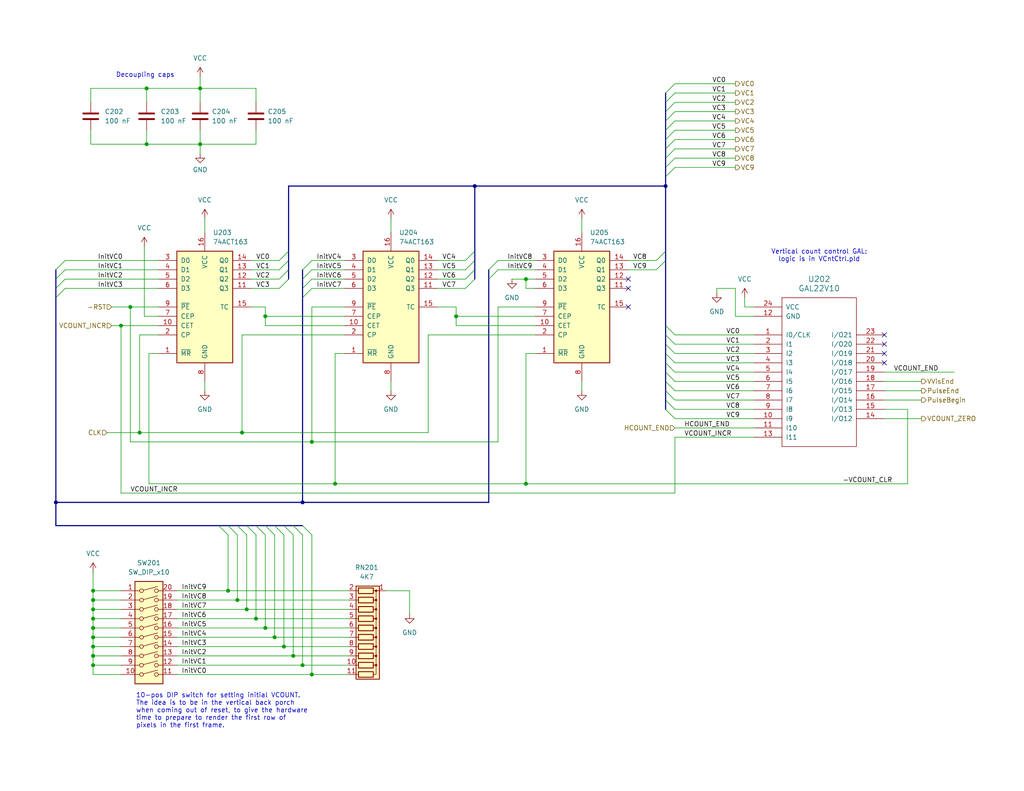
<source format=kicad_sch>
(kicad_sch (version 20231120) (generator "eeschema") (generator_version "8.0")
  (paper "USLetter")
  (title_block (title "Vertical count") (company "daveho hacks"))
  (lib_symbols
    (symbol "74xx:74LS163" (pin_names (offset 1.016))
      (property "Reference" "U" (at -7.62 16.51 0))
      (property "Value" "74LS163" (at -7.62 -16.51 0))
      (symbol "74LS163_1_0"
        (pin input line (at -12.7 -12.7 0) (length 5.08) (name "~{MR}") (number "1"))
        (pin input line (at -12.7 -5.08 0) (length 5.08) (name "CET") (number "10"))
        (pin output line (at 12.7 5.08 180) (length 5.08) (name "Q3") (number "11"))
        (pin output line (at 12.7 7.62 180) (length 5.08) (name "Q2") (number "12"))
        (pin output line (at 12.7 10.16 180) (length 5.08) (name "Q1") (number "13"))
        (pin output line (at 12.7 12.7 180) (length 5.08) (name "Q0") (number "14"))
        (pin output line (at 12.7 0 180) (length 5.08) (name "TC") (number "15"))
        (pin power_in line (at 0 20.32 270) (length 5.08) (name "VCC") (number "16"))
        (pin input line (at -12.7 -7.62 0) (length 5.08) (name "CP") (number "2"))
        (pin input line (at -12.7 12.7 0) (length 5.08) (name "D0") (number "3"))
        (pin input line (at -12.7 10.16 0) (length 5.08) (name "D1") (number "4"))
        (pin input line (at -12.7 7.62 0) (length 5.08) (name "D2") (number "5"))
        (pin input line (at -12.7 5.08 0) (length 5.08) (name "D3") (number "6"))
        (pin input line (at -12.7 -2.54 0) (length 5.08) (name "CEP") (number "7"))
        (pin power_in line (at 0 -20.32 90) (length 5.08) (name "GND") (number "8"))
        (pin input line (at -12.7 0 0) (length 5.08) (name "~{PE}") (number "9"))
      )
      (symbol "74LS163_1_1"
        (rectangle (start -7.62 15.24) (end 7.62 -15.24) (stroke (width 0.254)) (fill (type background)))
      )
    )
    (symbol "Device:C" (pin_numbers hide) (pin_names (offset 0.254))
      (property "Reference" "C" (at 0.635 2.54 0))
      (property "Value" "C" (at 0.635 -2.54 0))
      (symbol "C_0_1"
        (polyline (pts (xy -2.032 -0.762) (xy 2.032 -0.762)) (stroke (width 0.508)))
        (polyline (pts (xy -2.032 0.762) (xy 2.032 0.762)) (stroke (width 0.508)))
      )
      (symbol "C_1_1"
        (pin passive line (at 0 3.81 270) (length 2.794) (name "~") (number "1"))
        (pin passive line (at 0 -3.81 90) (length 2.794) (name "~") (number "2"))
      )
    )
    (symbol "Device:R_Network10" (pin_names (offset 0) hide)
      (property "Reference" "RN" (at -15.24 0 90))
      (property "Value" "R_Network10" (at 12.7 0 90))
      (symbol "R_Network10_0_1"
        (rectangle (start -13.97 -3.175) (end 11.43 3.175) (stroke (width 0.254)) (fill (type background)))
        (rectangle (start -13.462 1.524) (end -11.938 -2.54) (stroke (width 0.254)))
        (circle (center -12.7 2.286) (radius 0.254) (fill (type outline)))
        (rectangle (start -10.922 1.524) (end -9.398 -2.54) (stroke (width 0.254)))
        (circle (center -10.16 2.286) (radius 0.254) (fill (type outline)))
        (rectangle (start -8.382 1.524) (end -6.858 -2.54) (stroke (width 0.254)))
        (circle (center -7.62 2.286) (radius 0.254) (fill (type outline)))
        (rectangle (start -5.842 1.524) (end -4.318 -2.54) (stroke (width 0.254)))
        (circle (center -5.08 2.286) (radius 0.254) (fill (type outline)))
        (rectangle (start -3.302 1.524) (end -1.778 -2.54) (stroke (width 0.254)))
        (circle (center -2.54 2.286) (radius 0.254) (fill (type outline)))
        (rectangle (start -0.762 1.524) (end 0.762 -2.54) (stroke (width 0.254)))
        (polyline (pts (xy -12.7 -2.54) (xy -12.7 -3.81)))
        (polyline (pts (xy -10.16 -2.54) (xy -10.16 -3.81)))
        (polyline (pts (xy -7.62 -2.54) (xy -7.62 -3.81)))
        (polyline (pts (xy -5.08 -2.54) (xy -5.08 -3.81)))
        (polyline (pts (xy -2.54 -2.54) (xy -2.54 -3.81)))
        (polyline (pts (xy 0 -2.54) (xy 0 -3.81)))
        (polyline (pts (xy 2.54 -2.54) (xy 2.54 -3.81)))
        (polyline (pts (xy 5.08 -2.54) (xy 5.08 -3.81)))
        (polyline (pts (xy 7.62 -2.54) (xy 7.62 -3.81)))
        (polyline (pts (xy 10.16 -2.54) (xy 10.16 -3.81)))
        (polyline (pts (xy -12.7 1.524) (xy -12.7 2.286) (xy -10.16 2.286) (xy -10.16 1.524)))
        (polyline (pts (xy -10.16 1.524) (xy -10.16 2.286) (xy -7.62 2.286) (xy -7.62 1.524)))
        (polyline (pts (xy -7.62 1.524) (xy -7.62 2.286) (xy -5.08 2.286) (xy -5.08 1.524)))
        (polyline (pts (xy -5.08 1.524) (xy -5.08 2.286) (xy -2.54 2.286) (xy -2.54 1.524)))
        (polyline (pts (xy -2.54 1.524) (xy -2.54 2.286) (xy 0 2.286) (xy 0 1.524)))
        (polyline (pts (xy 0 1.524) (xy 0 2.286) (xy 2.54 2.286) (xy 2.54 1.524)))
        (polyline (pts (xy 2.54 1.524) (xy 2.54 2.286) (xy 5.08 2.286) (xy 5.08 1.524)))
        (polyline (pts (xy 5.08 1.524) (xy 5.08 2.286) (xy 7.62 2.286) (xy 7.62 1.524)))
        (polyline (pts (xy 7.62 1.524) (xy 7.62 2.286) (xy 10.16 2.286) (xy 10.16 1.524)))
        (circle (center 0 2.286) (radius 0.254) (fill (type outline)))
        (rectangle (start 1.778 1.524) (end 3.302 -2.54) (stroke (width 0.254)))
        (circle (center 2.54 2.286) (radius 0.254) (fill (type outline)))
        (rectangle (start 4.318 1.524) (end 5.842 -2.54) (stroke (width 0.254)))
        (circle (center 5.08 2.286) (radius 0.254) (fill (type outline)))
        (rectangle (start 6.858 1.524) (end 8.382 -2.54) (stroke (width 0.254)))
        (circle (center 7.62 2.286) (radius 0.254) (fill (type outline)))
        (rectangle (start 9.398 1.524) (end 10.922 -2.54) (stroke (width 0.254)))
      )
      (symbol "R_Network10_1_1"
        (pin passive line (at -12.7 5.08 270) (length 2.54) (name "common") (number "1"))
        (pin passive line (at 7.62 -5.08 90) (length 1.27) (name "R9") (number "10"))
        (pin passive line (at 10.16 -5.08 90) (length 1.27) (name "R10") (number "11"))
        (pin passive line (at -12.7 -5.08 90) (length 1.27) (name "R1") (number "2"))
        (pin passive line (at -10.16 -5.08 90) (length 1.27) (name "R2") (number "3"))
        (pin passive line (at -7.62 -5.08 90) (length 1.27) (name "R3") (number "4"))
        (pin passive line (at -5.08 -5.08 90) (length 1.27) (name "R4") (number "5"))
        (pin passive line (at -2.54 -5.08 90) (length 1.27) (name "R5") (number "6"))
        (pin passive line (at 0 -5.08 90) (length 1.27) (name "R6") (number "7"))
        (pin passive line (at 2.54 -5.08 90) (length 1.27) (name "R7") (number "8"))
        (pin passive line (at 5.08 -5.08 90) (length 1.27) (name "R8") (number "9"))
      )
    )
    (symbol "GND_1" (power) (pin_numbers hide) (pin_names (offset 0) hide)
      (property "Value" "GND" (at 0 -3.81 0))
      (symbol "GND_1_0_1"
        (polyline (pts (xy 0 0) (xy 0 -1.27) (xy 1.27 -1.27) (xy 0 -2.54) (xy -1.27 -1.27) (xy 0 -1.27)))
      )
      (symbol "GND_1_1_1"
        (pin power_in line (at 0 0 270) (length 0) (name "~") (number "1"))
      )
    )
    (symbol "GND_3" (power) (pin_numbers hide) (pin_names (offset 0) hide)
      (property "Value" "GND" (at 0 -3.81 0))
      (symbol "GND_3_0_1"
        (polyline (pts (xy 0 0) (xy 0 -1.27) (xy 1.27 -1.27) (xy 0 -2.54) (xy -1.27 -1.27) (xy 0 -1.27)))
      )
      (symbol "GND_3_1_1"
        (pin power_in line (at 0 0 270) (length 0) (name "~") (number "1"))
      )
    )
    (symbol "GND_4" (power) (pin_numbers hide) (pin_names (offset 0) hide)
      (property "Value" "GND" (at 0 -3.81 0))
      (symbol "GND_4_0_1"
        (polyline (pts (xy 0 0) (xy 0 -1.27) (xy 1.27 -1.27) (xy 0 -2.54) (xy -1.27 -1.27) (xy 0 -1.27)))
      )
      (symbol "GND_4_1_1"
        (pin power_in line (at 0 0 270) (length 0) (name "~") (number "1"))
      )
    )
    (symbol "Switch:SW_DIP_x10" (pin_names (offset 0) hide)
      (property "Reference" "SW" (at 0 16.51 0))
      (property "Value" "SW_DIP_x10" (at 0 -13.97 0))
      (symbol "SW_DIP_x10_0_0"
        (circle (center -2.032 -10.16) (radius 0.508))
        (circle (center -2.032 -7.62) (radius 0.508))
        (circle (center -2.032 -5.08) (radius 0.508))
        (circle (center -2.032 -2.54) (radius 0.508))
        (circle (center -2.032 0) (radius 0.508))
        (circle (center -2.032 2.54) (radius 0.508))
        (circle (center -2.032 5.08) (radius 0.508))
        (circle (center -2.032 7.62) (radius 0.508))
        (circle (center -2.032 10.16) (radius 0.508))
        (circle (center -2.032 12.7) (radius 0.508))
        (polyline (pts (xy -1.524 -10.0076) (xy 2.3622 -8.9662)))
        (polyline (pts (xy -1.524 -7.4676) (xy 2.3622 -6.4262)))
        (polyline (pts (xy -1.524 -4.9276) (xy 2.3622 -3.8862)))
        (polyline (pts (xy -1.524 -2.3876) (xy 2.3622 -1.3462)))
        (polyline (pts (xy -1.524 0.127) (xy 2.3622 1.1684)))
        (polyline (pts (xy -1.524 2.667) (xy 2.3622 3.7084)))
        (polyline (pts (xy -1.524 5.207) (xy 2.3622 6.2484)))
        (polyline (pts (xy -1.524 7.747) (xy 2.3622 8.7884)))
        (polyline (pts (xy -1.524 10.287) (xy 2.3622 11.3284)))
        (polyline (pts (xy -1.524 12.827) (xy 2.3622 13.8684)))
        (circle (center 2.032 -10.16) (radius 0.508))
        (circle (center 2.032 -7.62) (radius 0.508))
        (circle (center 2.032 -5.08) (radius 0.508))
        (circle (center 2.032 -2.54) (radius 0.508))
        (circle (center 2.032 0) (radius 0.508))
        (circle (center 2.032 2.54) (radius 0.508))
        (circle (center 2.032 5.08) (radius 0.508))
        (circle (center 2.032 7.62) (radius 0.508))
        (circle (center 2.032 10.16) (radius 0.508))
        (circle (center 2.032 12.7) (radius 0.508))
      )
      (symbol "SW_DIP_x10_0_1"
        (rectangle (start -3.81 15.24) (end 3.81 -12.7) (stroke (width 0.254)) (fill (type background)))
      )
      (symbol "SW_DIP_x10_1_1"
        (pin passive line (at -7.62 12.7 0) (length 5.08) (name "~") (number "1"))
        (pin passive line (at -7.62 -10.16 0) (length 5.08) (name "~") (number "10"))
        (pin passive line (at 7.62 -10.16 180) (length 5.08) (name "~") (number "11"))
        (pin passive line (at 7.62 -7.62 180) (length 5.08) (name "~") (number "12"))
        (pin passive line (at 7.62 -5.08 180) (length 5.08) (name "~") (number "13"))
        (pin passive line (at 7.62 -2.54 180) (length 5.08) (name "~") (number "14"))
        (pin passive line (at 7.62 0 180) (length 5.08) (name "~") (number "15"))
        (pin passive line (at 7.62 2.54 180) (length 5.08) (name "~") (number "16"))
        (pin passive line (at 7.62 5.08 180) (length 5.08) (name "~") (number "17"))
        (pin passive line (at 7.62 7.62 180) (length 5.08) (name "~") (number "18"))
        (pin passive line (at 7.62 10.16 180) (length 5.08) (name "~") (number "19"))
        (pin passive line (at -7.62 10.16 0) (length 5.08) (name "~") (number "2"))
        (pin passive line (at 7.62 12.7 180) (length 5.08) (name "~") (number "20"))
        (pin passive line (at -7.62 7.62 0) (length 5.08) (name "~") (number "3"))
        (pin passive line (at -7.62 5.08 0) (length 5.08) (name "~") (number "4"))
        (pin passive line (at -7.62 2.54 0) (length 5.08) (name "~") (number "5"))
        (pin passive line (at -7.62 0 0) (length 5.08) (name "~") (number "6"))
        (pin passive line (at -7.62 -2.54 0) (length 5.08) (name "~") (number "7"))
        (pin passive line (at -7.62 -5.08 0) (length 5.08) (name "~") (number "8"))
        (pin passive line (at -7.62 -7.62 0) (length 5.08) (name "~") (number "9"))
      )
    )
    (symbol "VCC_1" (power) (pin_numbers hide) (pin_names (offset 0) hide)
      (property "Value" "VCC" (at 0 3.556 0))
      (symbol "VCC_1_0_1"
        (polyline (pts (xy -0.762 1.27) (xy 0 2.54)))
        (polyline (pts (xy 0 0) (xy 0 2.54)))
        (polyline (pts (xy 0 2.54) (xy 0.762 1.27)))
      )
      (symbol "VCC_1_1_1"
        (pin power_in line (at 0 0 90) (length 0) (name "~") (number "1"))
      )
    )
    (symbol "VCC_2" (power) (pin_numbers hide) (pin_names (offset 0) hide)
      (property "Value" "VCC" (at 0 3.556 0))
      (symbol "VCC_2_0_1"
        (polyline (pts (xy -0.762 1.27) (xy 0 2.54)))
        (polyline (pts (xy 0 0) (xy 0 2.54)))
        (polyline (pts (xy 0 2.54) (xy 0.762 1.27)))
      )
      (symbol "VCC_2_1_1"
        (pin power_in line (at 0 0 90) (length 0) (name "~") (number "1"))
      )
    )
    (symbol "power:GND" (power) (pin_names (offset 0))
      (property "Value" "GND" (at 0 -3.81 0))
      (symbol "GND_0_1"
        (polyline (pts (xy 0 0) (xy 0 -1.27) (xy 1.27 -1.27) (xy 0 -2.54) (xy -1.27 -1.27) (xy 0 -1.27)))
      )
      (symbol "GND_1_1"
        (pin power_in line (at 0 0 270) (length 0) hide (name "GND") (number "1"))
      )
    )
    (symbol "power:VCC" (power) (pin_names (offset 0))
      (property "Value" "VCC" (at 0 3.81 0))
      (symbol "VCC_0_1"
        (polyline (pts (xy -0.762 1.27) (xy 0 2.54)))
        (polyline (pts (xy 0 0) (xy 0 2.54)))
        (polyline (pts (xy 0 2.54) (xy 0.762 1.27)))
      )
      (symbol "VCC_1_1"
        (pin power_in line (at 0 0 90) (length 0) hide (name "VCC") (number "1"))
      )
    )
    (symbol "ya68k:GAL22V10" (pin_names (offset 1.016))
      (property "Reference" "U" (at -1.27 20.32 0))
      (property "Value" "GAL22V10" (at 0 -24.13 0))
      (symbol "GAL22V10_0_1"
        (rectangle (start -10.16 19.05) (end 10.16 -21.59))
      )
      (symbol "GAL22V10_1_1"
        (pin input line (at -17.78 8.89 0) (length 7.62) (name "I0/CLK") (number "1"))
        (pin input line (at -17.78 -13.97 0) (length 7.62) (name "I9") (number "10"))
        (pin input line (at -17.78 -16.51 0) (length 7.62) (name "I10") (number "11"))
        (pin power_in line (at -17.78 13.97 0) (length 7.62) (name "GND") (number "12"))
        (pin input line (at -17.78 -19.05 0) (length 7.62) (name "I11") (number "13"))
        (pin bidirectional line (at 17.78 -13.97 180) (length 7.62) (name "I/O12") (number "14"))
        (pin bidirectional line (at 17.78 -11.43 180) (length 7.62) (name "I/O13") (number "15"))
        (pin bidirectional line (at 17.78 -8.89 180) (length 7.62) (name "I/O14") (number "16"))
        (pin bidirectional line (at 17.78 -6.35 180) (length 7.62) (name "I/O15") (number "17"))
        (pin bidirectional line (at 17.78 -3.81 180) (length 7.62) (name "I/O16") (number "18"))
        (pin bidirectional line (at 17.78 -1.27 180) (length 7.62) (name "I/O17") (number "19"))
        (pin input line (at -17.78 6.35 0) (length 7.62) (name "I1") (number "2"))
        (pin bidirectional line (at 17.78 1.27 180) (length 7.62) (name "I/O18") (number "20"))
        (pin bidirectional line (at 17.78 3.81 180) (length 7.62) (name "I/O19") (number "21"))
        (pin bidirectional line (at 17.78 6.35 180) (length 7.62) (name "I/O20") (number "22"))
        (pin bidirectional line (at 17.78 8.89 180) (length 7.62) (name "I/O21") (number "23"))
        (pin power_in line (at -17.78 16.51 0) (length 7.62) (name "VCC") (number "24"))
        (pin input line (at -17.78 3.81 0) (length 7.62) (name "I2") (number "3"))
        (pin input line (at -17.78 1.27 0) (length 7.62) (name "I3") (number "4"))
        (pin input line (at -17.78 -1.27 0) (length 7.62) (name "I4") (number "5"))
        (pin input line (at -17.78 -3.81 0) (length 7.62) (name "I5") (number "6"))
        (pin input line (at -17.78 -6.35 0) (length 7.62) (name "I6") (number "7"))
        (pin input line (at -17.78 -8.89 0) (length 7.62) (name "I7") (number "8"))
        (pin input line (at -17.78 -11.43 0) (length 7.62) (name "I8") (number "9"))
      )
    )
  )
  (junction (at 181.61 50.8))
  (junction (at 54.61 24.13))
  (junction (at 77.47 176.53))
  (junction (at 25.4 171.45))
  (junction (at 129.54 50.8))
  (junction (at 72.39 86.36))
  (junction (at 143.51 76.2))
  (junction (at 25.4 166.37))
  (junction (at 67.31 166.37))
  (junction (at 40.005 24.13))
  (junction (at 25.4 173.99))
  (junction (at 91.44 132.08))
  (junction (at 15.24 137.16))
  (junction (at 124.46 86.36))
  (junction (at 38.1 118.11))
  (junction (at 69.85 168.91))
  (junction (at 25.4 179.07))
  (junction (at 80.01 179.07))
  (junction (at 74.93 173.99))
  (junction (at 33.02 88.9))
  (junction (at 40.005 39.37))
  (junction (at 72.39 171.45))
  (junction (at 66.04 118.11))
  (junction (at 82.55 181.61))
  (junction (at 85.09 120.65))
  (junction (at 25.4 163.83))
  (junction (at 64.77 163.83))
  (junction (at 143.51 132.08))
  (junction (at 25.4 161.29))
  (junction (at 25.4 176.53))
  (junction (at 85.09 184.15))
  (junction (at 25.4 181.61))
  (junction (at 35.56 83.82))
  (junction (at 82.55 137.16))
  (junction (at 62.23 161.29))
  (junction (at 25.4 168.91))
  (junction (at 54.61 39.37))
  (no_connect (at 241.3 93.98))
  (no_connect (at 171.45 83.82))
  (no_connect (at 171.45 78.74))
  (no_connect (at 171.45 76.2))
  (no_connect (at 241.3 99.06))
  (no_connect (at 241.3 96.52))
  (no_connect (at 241.3 91.44))
  (bus_entry (at 82.55 78.74) (size 2.54 -2.54))
  (bus_entry (at 181.61 106.68) (size 2.54 2.54))
  (bus_entry (at 82.55 76.2) (size 2.54 -2.54))
  (bus_entry (at 181.61 48.26) (size 2.54 -2.54))
  (bus_entry (at 133.35 76.2) (size 2.54 -2.54))
  (bus_entry (at 181.61 99.06) (size 2.54 2.54))
  (bus_entry (at 181.61 43.18) (size 2.54 -2.54))
  (bus_entry (at 69.85 143.51) (size 2.54 2.54))
  (bus_entry (at 59.69 143.51) (size 2.54 2.54))
  (bus_entry (at 181.61 111.76) (size 2.54 2.54))
  (bus_entry (at 80.01 143.51) (size 2.54 2.54))
  (bus_entry (at 72.39 143.51) (size 2.54 2.54))
  (bus_entry (at 181.61 38.1) (size 2.54 -2.54))
  (bus_entry (at 181.61 25.4) (size 2.54 -2.54))
  (bus_entry (at 76.2 71.12) (size 2.54 -2.54))
  (bus_entry (at 127 78.74) (size 2.54 -2.54))
  (bus_entry (at 181.61 91.44) (size 2.54 2.54))
  (bus_entry (at 82.55 73.66) (size 2.54 -2.54))
  (bus_entry (at 181.61 30.48) (size 2.54 -2.54))
  (bus_entry (at 82.55 143.51) (size 2.54 2.54))
  (bus_entry (at 181.61 33.02) (size 2.54 -2.54))
  (bus_entry (at 181.61 109.22) (size 2.54 2.54))
  (bus_entry (at 181.61 35.56) (size 2.54 -2.54))
  (bus_entry (at 127 73.66) (size 2.54 -2.54))
  (bus_entry (at 15.24 78.74) (size 2.54 -2.54))
  (bus_entry (at 181.61 40.64) (size 2.54 -2.54))
  (bus_entry (at 181.61 27.94) (size 2.54 -2.54))
  (bus_entry (at 181.61 88.9) (size 2.54 2.54))
  (bus_entry (at 127 71.12) (size 2.54 -2.54))
  (bus_entry (at 67.31 143.51) (size 2.54 2.54))
  (bus_entry (at 76.2 73.66) (size 2.54 -2.54))
  (bus_entry (at 82.55 81.28) (size 2.54 -2.54))
  (bus_entry (at 77.47 143.51) (size 2.54 2.54))
  (bus_entry (at 181.61 104.14) (size 2.54 2.54))
  (bus_entry (at 133.35 73.66) (size 2.54 -2.54))
  (bus_entry (at 62.23 143.51) (size 2.54 2.54))
  (bus_entry (at 179.07 73.66) (size 2.54 -2.54))
  (bus_entry (at 181.61 45.72) (size 2.54 -2.54))
  (bus_entry (at 64.77 143.51) (size 2.54 2.54))
  (bus_entry (at 127 76.2) (size 2.54 -2.54))
  (bus_entry (at 74.93 143.51) (size 2.54 2.54))
  (bus_entry (at 15.24 73.66) (size 2.54 -2.54))
  (bus_entry (at 179.07 71.12) (size 2.54 -2.54))
  (bus_entry (at 76.2 78.74) (size 2.54 -2.54))
  (bus_entry (at 15.24 76.2) (size 2.54 -2.54))
  (bus_entry (at 181.61 101.6) (size 2.54 2.54))
  (bus_entry (at 181.61 93.98) (size 2.54 2.54))
  (bus_entry (at 15.24 81.28) (size 2.54 -2.54))
  (bus_entry (at 76.2 76.2) (size 2.54 -2.54))
  (bus_entry (at 181.61 96.52) (size 2.54 2.54))
  (wire (pts (xy 80.01 146.05) (xy 80.01 179.07)))
  (wire (pts (xy 25.4 173.99) (xy 25.4 176.53)))
  (wire (pts (xy 40.64 132.08) (xy 91.44 132.08)))
  (wire (pts (xy 35.56 120.65) (xy 35.56 83.82)))
  (wire (pts (xy 124.46 83.82) (xy 124.46 86.36)))
  (bus (pts (xy 181.61 38.1) (xy 181.61 40.64)))
  (wire (pts (xy 33.02 88.9) (xy 33.02 134.62)))
  (wire (pts (xy 184.15 93.98) (xy 205.74 93.98)))
  (wire (pts (xy 106.68 59.69) (xy 106.68 63.5)))
  (wire (pts (xy 25.4 176.53) (xy 33.02 176.53)))
  (wire (pts (xy 25.4 168.91) (xy 33.02 168.91)))
  (wire (pts (xy 119.38 76.2) (xy 127 76.2)))
  (wire (pts (xy 48.26 179.07) (xy 80.01 179.07)))
  (wire (pts (xy 91.44 96.52) (xy 93.98 96.52)))
  (wire (pts (xy 184.15 33.02) (xy 200.66 33.02)))
  (wire (pts (xy 48.26 184.15) (xy 85.09 184.15)))
  (bus (pts (xy 15.24 143.51) (xy 59.69 143.51)))
  (wire (pts (xy 38.1 91.44) (xy 43.18 91.44)))
  (bus (pts (xy 133.35 76.2) (xy 133.35 137.16)))
  (wire (pts (xy 200.66 86.36) (xy 205.74 86.36)))
  (wire (pts (xy 25.4 163.83) (xy 25.4 166.37)))
  (wire (pts (xy 247.65 111.76) (xy 247.65 132.08)))
  (wire (pts (xy 135.89 73.66) (xy 146.05 73.66)))
  (bus (pts (xy 74.93 143.51) (xy 77.47 143.51)))
  (wire (pts (xy 66.04 91.44) (xy 66.04 118.11)))
  (wire (pts (xy 48.26 166.37) (xy 67.31 166.37)))
  (wire (pts (xy 203.2 81.28) (xy 203.2 83.82)))
  (bus (pts (xy 59.69 143.51) (xy 62.23 143.51)))
  (wire (pts (xy 25.4 161.29) (xy 25.4 163.83)))
  (wire (pts (xy 184.15 22.86) (xy 200.66 22.86)))
  (bus (pts (xy 82.55 73.66) (xy 82.55 76.2)))
  (wire (pts (xy 116.84 91.44) (xy 146.05 91.44)))
  (wire (pts (xy 200.66 78.74) (xy 195.58 78.74)))
  (wire (pts (xy 241.3 104.14) (xy 251.46 104.14)))
  (wire (pts (xy 171.45 73.66) (xy 179.07 73.66)))
  (bus (pts (xy 72.39 143.51) (xy 74.93 143.51)))
  (bus (pts (xy 129.54 68.58) (xy 129.54 71.12)))
  (wire (pts (xy 17.78 76.2) (xy 43.18 76.2)))
  (bus (pts (xy 181.61 93.98) (xy 181.61 96.52)))
  (bus (pts (xy 181.61 91.44) (xy 181.61 93.98)))
  (wire (pts (xy 85.09 76.2) (xy 93.98 76.2)))
  (wire (pts (xy 85.09 146.05) (xy 85.09 184.15)))
  (bus (pts (xy 15.24 137.16) (xy 82.55 137.16)))
  (wire (pts (xy 241.3 101.6) (xy 260.35 101.6)))
  (wire (pts (xy 143.51 76.2) (xy 139.7 76.2)))
  (wire (pts (xy 119.38 78.74) (xy 127 78.74)))
  (bus (pts (xy 69.85 143.51) (xy 72.39 143.51)))
  (wire (pts (xy 54.61 24.13) (xy 54.61 27.94)))
  (wire (pts (xy 35.56 83.82) (xy 43.18 83.82)))
  (wire (pts (xy 184.15 27.94) (xy 200.66 27.94)))
  (bus (pts (xy 78.74 76.2) (xy 78.74 73.66)))
  (wire (pts (xy 66.04 118.11) (xy 38.1 118.11)))
  (bus (pts (xy 78.74 50.8) (xy 129.54 50.8)))
  (bus (pts (xy 82.55 76.2) (xy 82.55 78.74)))
  (bus (pts (xy 78.74 71.12) (xy 78.74 68.58)))
  (bus (pts (xy 181.61 96.52) (xy 181.61 99.06)))
  (wire (pts (xy 72.39 86.36) (xy 93.98 86.36)))
  (wire (pts (xy 17.78 71.12) (xy 43.18 71.12)))
  (bus (pts (xy 181.61 88.9) (xy 181.61 91.44)))
  (wire (pts (xy 24.765 27.94) (xy 24.765 24.13)))
  (wire (pts (xy 205.74 83.82) (xy 203.2 83.82)))
  (wire (pts (xy 69.85 168.91) (xy 95.25 168.91)))
  (wire (pts (xy 85.09 71.12) (xy 93.98 71.12)))
  (wire (pts (xy 85.09 184.15) (xy 95.25 184.15)))
  (wire (pts (xy 40.64 96.52) (xy 43.18 96.52)))
  (wire (pts (xy 184.15 109.22) (xy 205.74 109.22)))
  (wire (pts (xy 93.98 91.44) (xy 66.04 91.44)))
  (wire (pts (xy 82.55 146.05) (xy 82.55 181.61)))
  (wire (pts (xy 85.09 120.65) (xy 35.56 120.65)))
  (wire (pts (xy 241.3 106.68) (xy 251.46 106.68)))
  (wire (pts (xy 25.4 173.99) (xy 33.02 173.99)))
  (wire (pts (xy 68.58 71.12) (xy 76.2 71.12)))
  (wire (pts (xy 67.31 146.05) (xy 67.31 166.37)))
  (wire (pts (xy 69.85 35.56) (xy 69.85 39.37)))
  (wire (pts (xy 143.51 132.08) (xy 143.51 96.52)))
  (bus (pts (xy 181.61 48.26) (xy 181.61 50.8)))
  (wire (pts (xy 146.05 88.9) (xy 124.46 88.9)))
  (wire (pts (xy 106.68 104.14) (xy 106.68 106.68)))
  (wire (pts (xy 85.09 73.66) (xy 93.98 73.66)))
  (wire (pts (xy 82.55 181.61) (xy 95.25 181.61)))
  (wire (pts (xy 25.4 171.45) (xy 33.02 171.45)))
  (bus (pts (xy 181.61 40.64) (xy 181.61 43.18)))
  (wire (pts (xy 184.15 119.38) (xy 205.74 119.38)))
  (wire (pts (xy 48.26 161.29) (xy 62.23 161.29)))
  (wire (pts (xy 69.85 24.13) (xy 54.61 24.13)))
  (wire (pts (xy 39.37 67.31) (xy 39.37 86.36)))
  (bus (pts (xy 181.61 109.22) (xy 181.61 111.76)))
  (wire (pts (xy 184.15 116.84) (xy 205.74 116.84)))
  (wire (pts (xy 25.4 166.37) (xy 25.4 168.91)))
  (wire (pts (xy 68.58 76.2) (xy 76.2 76.2)))
  (bus (pts (xy 80.01 143.51) (xy 82.55 143.51)))
  (bus (pts (xy 181.61 99.06) (xy 181.61 101.6)))
  (wire (pts (xy 184.15 101.6) (xy 205.74 101.6)))
  (wire (pts (xy 55.88 59.69) (xy 55.88 63.5)))
  (wire (pts (xy 48.26 171.45) (xy 72.39 171.45)))
  (bus (pts (xy 181.61 104.14) (xy 181.61 106.68)))
  (wire (pts (xy 29.21 118.11) (xy 38.1 118.11)))
  (wire (pts (xy 119.38 73.66) (xy 127 73.66)))
  (wire (pts (xy 105.41 161.29) (xy 111.76 161.29)))
  (wire (pts (xy 119.38 71.12) (xy 127 71.12)))
  (bus (pts (xy 64.77 143.51) (xy 67.31 143.51)))
  (bus (pts (xy 133.35 73.66) (xy 133.35 76.2)))
  (wire (pts (xy 33.02 184.15) (xy 25.4 184.15)))
  (wire (pts (xy 25.4 166.37) (xy 33.02 166.37)))
  (wire (pts (xy 24.765 35.56) (xy 24.765 39.37)))
  (wire (pts (xy 116.84 118.11) (xy 66.04 118.11)))
  (wire (pts (xy 184.15 38.1) (xy 200.66 38.1)))
  (wire (pts (xy 40.005 35.56) (xy 40.005 39.37)))
  (wire (pts (xy 74.93 146.05) (xy 74.93 173.99)))
  (wire (pts (xy 68.58 78.74) (xy 76.2 78.74)))
  (wire (pts (xy 67.31 166.37) (xy 95.25 166.37)))
  (wire (pts (xy 17.78 73.66) (xy 43.18 73.66)))
  (wire (pts (xy 77.47 176.53) (xy 95.25 176.53)))
  (wire (pts (xy 146.05 78.74) (xy 143.51 78.74)))
  (bus (pts (xy 77.47 143.51) (xy 80.01 143.51)))
  (bus (pts (xy 15.24 81.28) (xy 15.24 137.16)))
  (wire (pts (xy 184.15 111.76) (xy 205.74 111.76)))
  (bus (pts (xy 181.61 25.4) (xy 181.61 27.94)))
  (wire (pts (xy 48.26 163.83) (xy 64.77 163.83)))
  (wire (pts (xy 171.45 71.12) (xy 179.07 71.12)))
  (bus (pts (xy 15.24 137.16) (xy 15.24 143.51)))
  (wire (pts (xy 135.89 71.12) (xy 146.05 71.12)))
  (wire (pts (xy 38.1 118.11) (xy 38.1 91.44)))
  (wire (pts (xy 143.51 132.08) (xy 247.65 132.08)))
  (wire (pts (xy 184.15 30.48) (xy 200.66 30.48)))
  (wire (pts (xy 74.93 173.99) (xy 95.25 173.99)))
  (wire (pts (xy 62.23 161.29) (xy 95.25 161.29)))
  (wire (pts (xy 85.09 83.82) (xy 85.09 120.65)))
  (bus (pts (xy 78.74 68.58) (xy 78.74 50.8)))
  (wire (pts (xy 184.15 134.62) (xy 184.15 119.38)))
  (wire (pts (xy 77.47 146.05) (xy 77.47 176.53)))
  (wire (pts (xy 68.58 73.66) (xy 76.2 73.66)))
  (wire (pts (xy 85.09 120.65) (xy 135.89 120.65)))
  (wire (pts (xy 69.85 39.37) (xy 54.61 39.37)))
  (wire (pts (xy 24.765 39.37) (xy 40.005 39.37)))
  (wire (pts (xy 69.85 146.05) (xy 69.85 168.91)))
  (wire (pts (xy 91.44 132.08) (xy 143.51 132.08)))
  (wire (pts (xy 184.15 43.18) (xy 200.66 43.18)))
  (wire (pts (xy 48.26 173.99) (xy 74.93 173.99)))
  (wire (pts (xy 158.75 59.69) (xy 158.75 63.5)))
  (wire (pts (xy 111.76 161.29) (xy 111.76 167.64)))
  (wire (pts (xy 17.78 78.74) (xy 43.18 78.74)))
  (wire (pts (xy 91.44 132.08) (xy 91.44 96.52)))
  (wire (pts (xy 72.39 171.45) (xy 95.25 171.45)))
  (bus (pts (xy 181.61 71.12) (xy 181.61 88.9)))
  (wire (pts (xy 93.98 83.82) (xy 85.09 83.82)))
  (wire (pts (xy 25.4 176.53) (xy 25.4 179.07)))
  (wire (pts (xy 25.4 179.07) (xy 25.4 181.61)))
  (wire (pts (xy 48.26 168.91) (xy 69.85 168.91)))
  (wire (pts (xy 24.765 24.13) (xy 40.005 24.13)))
  (wire (pts (xy 62.23 146.05) (xy 62.23 161.29)))
  (bus (pts (xy 181.61 101.6) (xy 181.61 104.14)))
  (bus (pts (xy 181.61 50.8) (xy 181.61 68.58)))
  (wire (pts (xy 68.58 83.82) (xy 72.39 83.82)))
  (bus (pts (xy 62.23 143.51) (xy 64.77 143.51)))
  (bus (pts (xy 129.54 50.8) (xy 129.54 68.58)))
  (wire (pts (xy 25.4 161.29) (xy 33.02 161.29)))
  (bus (pts (xy 129.54 50.8) (xy 181.61 50.8)))
  (wire (pts (xy 119.38 83.82) (xy 124.46 83.82)))
  (wire (pts (xy 54.61 39.37) (xy 54.61 41.91)))
  (wire (pts (xy 54.61 20.955) (xy 54.61 24.13)))
  (wire (pts (xy 93.98 88.9) (xy 72.39 88.9)))
  (wire (pts (xy 200.66 86.36) (xy 200.66 78.74)))
  (wire (pts (xy 25.4 163.83) (xy 33.02 163.83)))
  (wire (pts (xy 184.15 99.06) (xy 205.74 99.06)))
  (wire (pts (xy 184.15 40.64) (xy 200.66 40.64)))
  (wire (pts (xy 25.4 181.61) (xy 33.02 181.61)))
  (bus (pts (xy 67.31 143.51) (xy 69.85 143.51)))
  (wire (pts (xy 48.26 176.53) (xy 77.47 176.53)))
  (wire (pts (xy 25.4 168.91) (xy 25.4 171.45)))
  (bus (pts (xy 181.61 33.02) (xy 181.61 35.56)))
  (wire (pts (xy 25.4 171.45) (xy 25.4 173.99)))
  (wire (pts (xy 124.46 86.36) (xy 146.05 86.36)))
  (wire (pts (xy 184.15 104.14) (xy 205.74 104.14)))
  (wire (pts (xy 40.64 132.08) (xy 40.64 96.52)))
  (wire (pts (xy 135.89 83.82) (xy 146.05 83.82)))
  (wire (pts (xy 241.3 111.76) (xy 247.65 111.76)))
  (wire (pts (xy 30.48 83.82) (xy 35.56 83.82)))
  (wire (pts (xy 25.4 156.21) (xy 25.4 161.29)))
  (wire (pts (xy 184.15 91.44) (xy 205.74 91.44)))
  (bus (pts (xy 181.61 68.58) (xy 181.61 71.12)))
  (bus (pts (xy 181.61 45.72) (xy 181.61 48.26)))
  (wire (pts (xy 143.51 76.2) (xy 146.05 76.2)))
  (wire (pts (xy 43.18 86.36) (xy 39.37 86.36)))
  (wire (pts (xy 54.61 35.56) (xy 54.61 39.37)))
  (bus (pts (xy 82.55 78.74) (xy 82.55 81.28)))
  (wire (pts (xy 241.3 109.22) (xy 251.46 109.22)))
  (wire (pts (xy 184.15 25.4) (xy 200.66 25.4)))
  (bus (pts (xy 181.61 43.18) (xy 181.61 45.72)))
  (wire (pts (xy 241.3 114.3) (xy 251.46 114.3)))
  (bus (pts (xy 181.61 27.94) (xy 181.61 30.48)))
  (wire (pts (xy 33.02 134.62) (xy 184.15 134.62)))
  (wire (pts (xy 184.15 114.3) (xy 205.74 114.3)))
  (wire (pts (xy 25.4 179.07) (xy 33.02 179.07)))
  (wire (pts (xy 184.15 106.68) (xy 205.74 106.68)))
  (wire (pts (xy 64.77 146.05) (xy 64.77 163.83)))
  (wire (pts (xy 124.46 88.9) (xy 124.46 86.36)))
  (bus (pts (xy 15.24 76.2) (xy 15.24 78.74)))
  (bus (pts (xy 82.55 137.16) (xy 133.35 137.16)))
  (bus (pts (xy 82.55 81.28) (xy 82.55 137.16)))
  (bus (pts (xy 181.61 106.68) (xy 181.61 109.22)))
  (wire (pts (xy 184.15 35.56) (xy 200.66 35.56)))
  (bus (pts (xy 129.54 71.12) (xy 129.54 73.66)))
  (wire (pts (xy 143.51 78.74) (xy 143.51 76.2)))
  (wire (pts (xy 184.15 45.72) (xy 200.66 45.72)))
  (wire (pts (xy 72.39 83.82) (xy 72.39 86.36)))
  (wire (pts (xy 184.15 96.52) (xy 205.74 96.52)))
  (wire (pts (xy 85.09 78.74) (xy 93.98 78.74)))
  (wire (pts (xy 143.51 96.52) (xy 146.05 96.52)))
  (wire (pts (xy 25.4 181.61) (xy 25.4 184.15)))
  (wire (pts (xy 116.84 91.44) (xy 116.84 118.11)))
  (wire (pts (xy 135.89 120.65) (xy 135.89 83.82)))
  (bus (pts (xy 181.61 30.48) (xy 181.61 33.02)))
  (wire (pts (xy 69.85 27.94) (xy 69.85 24.13)))
  (wire (pts (xy 195.58 78.74) (xy 195.58 80.01)))
  (bus (pts (xy 15.24 73.66) (xy 15.24 76.2)))
  (wire (pts (xy 64.77 163.83) (xy 95.25 163.83)))
  (wire (pts (xy 33.02 88.9) (xy 43.18 88.9)))
  (wire (pts (xy 158.75 104.14) (xy 158.75 106.68)))
  (bus (pts (xy 129.54 73.66) (xy 129.54 76.2)))
  (bus (pts (xy 78.74 73.66) (xy 78.74 71.12)))
  (wire (pts (xy 40.005 24.13) (xy 40.005 27.94)))
  (wire (pts (xy 80.01 179.07) (xy 95.25 179.07)))
  (wire (pts (xy 48.26 181.61) (xy 82.55 181.61)))
  (wire (pts (xy 72.39 88.9) (xy 72.39 86.36)))
  (wire (pts (xy 30.48 88.9) (xy 33.02 88.9)))
  (wire (pts (xy 72.39 146.05) (xy 72.39 171.45)))
  (wire (pts (xy 40.005 39.37) (xy 54.61 39.37)))
  (wire (pts (xy 40.005 24.13) (xy 54.61 24.13)))
  (bus (pts (xy 181.61 35.56) (xy 181.61 38.1)))
  (bus (pts (xy 15.24 78.74) (xy 15.24 81.28)))
  (wire (pts (xy 55.88 104.14) (xy 55.88 106.68)))
  (text "10-pos DIP switch for setting initial VCOUNT.\nThe idea is to be in the vertical back porch\nwhen coming out of reset, to give the hardware\ntime to prepare to render the first row of\npixels in the first frame." (at 37.084 194.056 0) (effects (font (size 1.27 1.27)) (justify left)))
  (text "Decoupling caps" (at 39.624 20.574 0) (effects (font (size 1.27 1.27))))
  (text "Vertical count control GAL:\nlogic is in VCntCtrl.pld" (at 223.52 69.85 0) (effects (font (size 1.27 1.27))))
  (label "InitVC4" (at 49.53 173.99 0))
  (label "InitVC2" (at 49.53 179.07 0))
  (label "VC8" (at 194.31 43.18 0))
  (label "VC1" (at 198.12 93.98 0))
  (label "VC4" (at 198.12 101.6 0))
  (label "VC5" (at 120.65 73.66 0))
  (label "VC7" (at 120.65 78.74 0))
  (label "InitVC7" (at 86.36 78.74 0))
  (label "InitVC0" (at 26.67 71.12 0))
  (label "InitVC3" (at 26.67 78.74 0))
  (label "InitVC8" (at 49.53 163.83 0))
  (label "VC3" (at 194.31 30.48 0))
  (label "VCOUNT_INCR" (at 35.56 134.62 0))
  (label "VC1" (at 194.31 25.4 0))
  (label "-VCOUNT_CLR" (at 229.87 132.08 0))
  (label "VCOUNT_END" (at 243.84 101.6 0))
  (label "InitVC2" (at 26.67 76.2 0))
  (label "VC9" (at 194.31 45.72 0))
  (label "VC3" (at 198.12 99.06 0))
  (label "InitVC3" (at 49.53 176.53 0))
  (label "VC7" (at 198.12 109.22 0))
  (label "VC2" (at 194.31 27.94 0))
  (label "VC0" (at 69.85 71.12 0))
  (label "VC9" (at 172.72 73.66 0))
  (label "VC0" (at 198.12 91.44 0))
  (label "InitVC6" (at 86.36 76.2 0))
  (label "VC2" (at 198.12 96.52 0))
  (label "InitVC5" (at 86.36 73.66 0))
  (label "InitVC4" (at 86.36 71.12 0))
  (label "VC1" (at 69.85 73.66 0))
  (label "VC4" (at 120.65 71.12 0))
  (label "VC0" (at 194.31 22.86 0))
  (label "VC4" (at 194.31 33.02 0))
  (label "InitVC6" (at 49.53 168.91 0))
  (label "VC3" (at 69.85 78.74 0))
  (label "InitVC1" (at 26.67 73.66 0))
  (label "InitVC7" (at 49.53 166.37 0))
  (label "VC2" (at 69.85 76.2 0))
  (label "VC6" (at 198.12 106.68 0))
  (label "VC8" (at 172.72 71.12 0))
  (label "InitVC8" (at 138.43 71.12 0))
  (label "InitVC9" (at 138.43 73.66 0))
  (label "InitVC0" (at 49.53 184.15 0))
  (label "InitVC9" (at 49.53 161.29 0))
  (label "VC6" (at 120.65 76.2 0))
  (label "VCOUNT_INCR" (at 186.69 119.38 0))
  (label "HCOUNT_END" (at 186.69 116.84 0))
  (label "VC6" (at 194.31 38.1 0))
  (label "VC7" (at 194.31 40.64 0))
  (label "VC5" (at 194.31 35.56 0))
  (label "VC8" (at 198.12 111.76 0))
  (label "InitVC1" (at 49.53 181.61 0))
  (label "VC5" (at 198.12 104.14 0))
  (label "InitVC5" (at 49.53 171.45 0))
  (label "VC9" (at 198.12 114.3 0))
  (hierarchical_label "VC2" (shape output) (at 200.66 27.94 0))
  (hierarchical_label "VC9" (shape output) (at 200.66 45.72 0))
  (hierarchical_label "VC0" (shape output) (at 200.66 22.86 0))
  (hierarchical_label "VC7" (shape output) (at 200.66 40.64 0))
  (hierarchical_label "VVisEnd" (shape output) (at 251.46 104.14 0))
  (hierarchical_label "PulseEnd" (shape output) (at 251.46 106.68 0))
  (hierarchical_label "HCOUNT_END" (shape input) (at 184.15 116.84 180))
  (hierarchical_label "VC1" (shape output) (at 200.66 25.4 0))
  (hierarchical_label "CLK" (shape input) (at 29.21 118.11 180))
  (hierarchical_label "VCOUNT_INCR" (shape input) (at 30.48 88.9 180))
  (hierarchical_label "-RST" (shape input) (at 30.48 83.82 180))
  (hierarchical_label "VC4" (shape output) (at 200.66 33.02 0))
  (hierarchical_label "VC3" (shape output) (at 200.66 30.48 0))
  (hierarchical_label "VC8" (shape output) (at 200.66 43.18 0))
  (hierarchical_label "VC5" (shape output) (at 200.66 35.56 0))
  (hierarchical_label "VCOUNT_ZERO" (shape output) (at 251.46 114.3 0))
  (hierarchical_label "PulseBegin" (shape output) (at 251.46 109.22 0))
  (hierarchical_label "VC6" (shape output) (at 200.66 38.1 0))
  (symbol (lib_id "power:VCC") (at 158.75 59.69 0) (unit 1)
    (property "Reference" "#PWR030" (effects (hide yes)))
    (property "Value" "VCC" (at 158.75 54.61 0))
  )
  (symbol (lib_name "GND_1") (lib_id "power:GND") (at 195.58 80.01 0) (unit 1)
    (property "Reference" "#PWR032" (effects (hide yes)))
    (property "Value" "GND" (at 195.58 85.09 0))
    (property "Description" "Power symbol creates a global label with name \"GND\" , ground" (effects (hide yes)))
  )
  (symbol (lib_name "VCC_2") (lib_id "power:VCC") (at 25.4 156.21 0) (unit 1)
    (property "Reference" "#PWR024" (effects (hide yes)))
    (property "Value" "VCC" (at 25.4 151.13 0))
    (property "Description" "Power symbol creates a global label with name \"VCC\"" (effects (hide yes)))
  )
  (symbol (lib_name "VCC_1") (lib_id "power:VCC") (at 203.2 81.28 0) (unit 1)
    (property "Reference" "#PWR033" (effects (hide yes)))
    (property "Value" "VCC" (at 203.2 76.2 0))
    (property "Description" "Power symbol creates a global label with name \"VCC\"" (effects (hide yes)))
  )
  (symbol (lib_id "74xx:74LS163") (at 158.75 83.82 0) (unit 1)
    (property "Reference" "U205" (at 160.9441 63.5 0) (effects (justify left)))
    (property "Value" "74ACT163" (at 160.9441 66.04 0) (effects (justify left)))
    (property "Datasheet" "http://www.ti.com/lit/gpn/sn74LS163" (effects (hide yes)))
  )
  (symbol (lib_id "Device:C") (at 69.85 31.75 0) (unit 1)
    (property "Reference" "C205" (at 73.025 30.4799 0) (effects (justify left)))
    (property "Value" "100 nF" (at 73.025 33.0199 0) (effects (justify left)))
  )
  (symbol (lib_id "74xx:74LS163") (at 55.88 83.82 0) (unit 1)
    (property "Reference" "U203" (at 58.0741 63.5 0) (effects (justify left)))
    (property "Value" "74ACT163" (at 58.0741 66.04 0) (effects (justify left)))
    (property "Datasheet" "http://www.ti.com/lit/gpn/sn74LS163" (effects (hide yes)))
  )
  (symbol (lib_id "power:VCC") (at 55.88 59.69 0) (unit 1)
    (property "Reference" "#PWR020" (effects (hide yes)))
    (property "Value" "VCC" (at 55.88 54.61 0))
  )
  (symbol (lib_id "power:GND") (at 55.88 106.68 0) (unit 1)
    (property "Reference" "#PWR021" (effects (hide yes)))
    (property "Value" "GND" (at 55.88 111.76 0))
  )
  (symbol (lib_id "power:VCC") (at 54.61 20.955 0) (unit 1)
    (property "Reference" "#PWR034" (effects (hide yes)))
    (property "Value" "VCC" (at 54.61 15.875 0))
  )
  (symbol (lib_id "power:GND") (at 54.61 41.91 0) (unit 1)
    (property "Reference" "#PWR035" (effects (hide yes)))
    (property "Value" "GND" (at 54.61 46.355 0))
  )
  (symbol (lib_id "Switch:SW_DIP_x10") (at 40.64 173.99 0) (unit 1)
    (property "Reference" "SW201" (at 40.64 153.67 0))
    (property "Value" "SW_DIP_x10" (at 40.64 156.21 0))
    (property "Description" "10x DIP Switch, Single Pole Single Throw (SPST) switch, small symbol" (effects (hide yes)))
  )
  (symbol (lib_id "Device:C") (at 24.765 31.75 0) (unit 1)
    (property "Reference" "C202" (at 28.575 30.4799 0) (effects (justify left)))
    (property "Value" "100 nF" (at 28.575 33.0199 0) (effects (justify left)))
  )
  (symbol (lib_id "power:GND") (at 158.75 106.68 0) (unit 1)
    (property "Reference" "#PWR031" (effects (hide yes)))
    (property "Value" "GND" (at 158.75 111.76 0))
  )
  (symbol (lib_id "power:VCC") (at 39.37 67.31 0) (unit 1)
    (property "Reference" "#PWR019" (effects (hide yes)))
    (property "Value" "VCC" (at 39.37 62.23 0))
  )
  (symbol (lib_id "power:GND") (at 106.68 106.68 0) (unit 1)
    (property "Reference" "#PWR027" (effects (hide yes)))
    (property "Value" "GND" (at 106.68 111.76 0))
  )
  (symbol (lib_id "ya68k:GAL22V10") (at 223.52 100.33 0) (unit 1)
    (property "Reference" "U202" (at 223.52 76.2 0) (effects (font (size 1.524 1.524))))
    (property "Value" "GAL22V10" (at 223.52 78.74 0) (effects (font (size 1.524 1.524))))
  )
  (symbol (lib_id "Device:R_Network10") (at 100.33 173.99 270) (unit 1)
    (property "Reference" "RN201" (at 100.076 154.94 90))
    (property "Value" "4K7" (at 100.076 157.48 90))
    (property "Footprint" "Resistor_THT:R_Array_SIP11" (effects (hide yes)))
    (property "Datasheet" "http://www.vishay.com/docs/31509/csc.pdf" (effects (hide yes)))
    (property "Description" "10 resistor network, star topology, bussed resistors, small symbol" (effects (hide yes)))
  )
  (symbol (lib_id "power:VCC") (at 106.68 59.69 0) (unit 1)
    (property "Reference" "#PWR026" (effects (hide yes)))
    (property "Value" "VCC" (at 106.68 54.61 0))
  )
  (symbol (lib_id "74xx:74LS163") (at 106.68 83.82 0) (unit 1)
    (property "Reference" "U204" (at 108.8741 63.5 0) (effects (justify left)))
    (property "Value" "74ACT163" (at 108.8741 66.04 0) (effects (justify left)))
    (property "Datasheet" "http://www.ti.com/lit/gpn/sn74LS163" (effects (hide yes)))
  )
  (symbol (lib_name "GND_3") (lib_id "power:GND") (at 111.76 167.64 0) (unit 1)
    (property "Reference" "#PWR018" (effects (hide yes)))
    (property "Value" "GND" (at 111.76 172.72 0))
    (property "Description" "Power symbol creates a global label with name \"GND\" , ground" (effects (hide yes)))
  )
  (symbol (lib_name "GND_4") (lib_id "power:GND") (at 139.7 76.2 0) (unit 1)
    (property "Reference" "#PWR025" (effects (hide yes)))
    (property "Value" "GND" (at 139.7 81.28 0))
    (property "Description" "Power symbol creates a global label with name \"GND\" , ground" (effects (hide yes)))
  )
  (symbol (lib_id "Device:C") (at 54.61 31.75 0) (unit 1)
    (property "Reference" "C204" (at 57.785 30.4799 0) (effects (justify left)))
    (property "Value" "100 nF" (at 57.785 33.0199 0) (effects (justify left)))
  )
  (symbol (lib_id "Device:C") (at 40.005 31.75 0) (unit 1)
    (property "Reference" "C203" (at 43.815 30.4799 0) (effects (justify left)))
    (property "Value" "100 nF" (at 43.815 33.0199 0) (effects (justify left)))
  )
)
</source>
